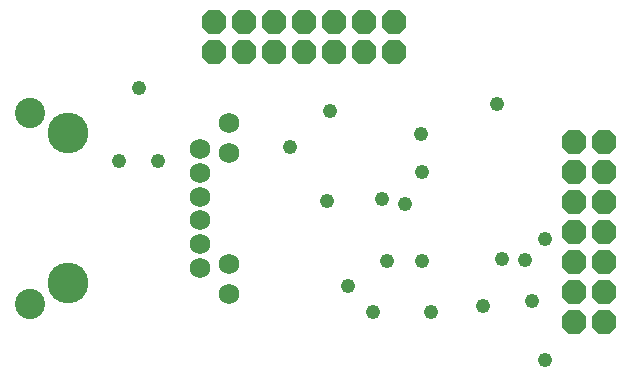
<source format=gts>
G75*
G70*
%OFA0B0*%
%FSLAX24Y24*%
%IPPOS*%
%LPD*%
%AMOC8*
5,1,8,0,0,1.08239X$1,22.5*
%
%ADD10OC8,0.0820*%
%ADD11C,0.0682*%
%ADD12C,0.1007*%
%ADD13C,0.1360*%
%ADD14C,0.0480*%
D10*
X009524Y012850D03*
X010524Y012850D03*
X011524Y012850D03*
X012524Y012850D03*
X013524Y012850D03*
X014524Y012850D03*
X015524Y012850D03*
X015524Y013850D03*
X014524Y013850D03*
X013524Y013850D03*
X012524Y013850D03*
X011524Y013850D03*
X010524Y013850D03*
X009524Y013850D03*
X021524Y009850D03*
X022524Y009850D03*
X022524Y008850D03*
X021524Y008850D03*
X021524Y007850D03*
X022524Y007850D03*
X022524Y006850D03*
X021524Y006850D03*
X021524Y005850D03*
X022524Y005850D03*
X022524Y004850D03*
X021524Y004850D03*
X021524Y003850D03*
X022524Y003850D03*
D11*
X010024Y004800D03*
X009056Y005646D03*
X010024Y005800D03*
X009056Y006446D03*
X009056Y007245D03*
X009056Y008044D03*
X009056Y008843D03*
X010024Y009489D03*
X009056Y009643D03*
X010024Y010489D03*
D12*
X003407Y004473D03*
X003407Y010824D03*
D13*
X004658Y010146D03*
X004658Y005146D03*
D14*
X006364Y009240D03*
X007664Y009240D03*
X007024Y011660D03*
X012064Y009690D03*
X013404Y010900D03*
X016444Y010120D03*
X016484Y008870D03*
X015134Y007950D03*
X015914Y007800D03*
X013314Y007900D03*
X015314Y005910D03*
X016484Y005890D03*
X018514Y004380D03*
X020134Y004550D03*
X019894Y005940D03*
X019124Y005950D03*
X020584Y006630D03*
X016784Y004180D03*
X014834Y004190D03*
X014004Y005050D03*
X020574Y002600D03*
X018954Y011120D03*
M02*

</source>
